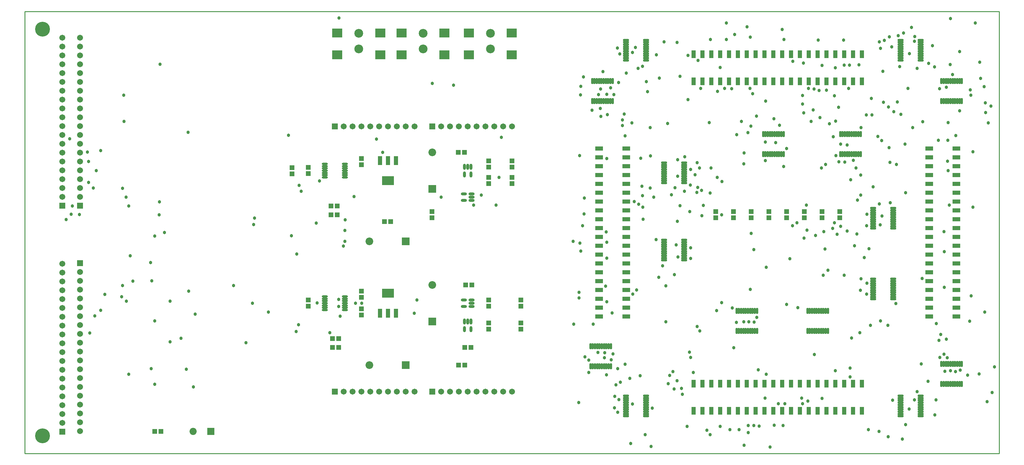
<source format=gts>
G04 Layer_Color=8388736*
%FSLAX25Y25*%
%MOIN*%
G70*
G01*
G75*
%ADD22C,0.01000*%
%ADD39R,0.05800X0.05800*%
%ADD40R,0.04737X0.10249*%
%ADD41R,0.13398X0.10249*%
%ADD42O,0.03162X0.06902*%
%ADD43R,0.05800X0.05800*%
%ADD44O,0.06902X0.03162*%
%ADD45R,0.04737X0.08674*%
%ADD46R,0.08674X0.04737*%
%ADD47R,0.11824X0.10249*%
%ADD48O,0.07099X0.02572*%
%ADD49O,0.02572X0.07099*%
%ADD50O,0.06902X0.02572*%
%ADD51R,0.08674X0.08674*%
%ADD52C,0.08674*%
%ADD53R,0.08674X0.08674*%
%ADD54C,0.08083*%
%ADD55R,0.08083X0.08083*%
%ADD56C,0.16800*%
%ADD57C,0.06706*%
%ADD58R,0.06706X0.06706*%
%ADD59R,0.06706X0.06706*%
%ADD60C,0.09900*%
%ADD61C,0.03800*%
D22*
X0Y0D02*
Y500000D01*
X1100000D01*
Y0D02*
Y500000D01*
X0Y0D02*
X1100000D01*
D39*
X880000Y273500D02*
D03*
Y266500D02*
D03*
X860000Y273500D02*
D03*
Y266500D02*
D03*
X900000Y273500D02*
D03*
Y266500D02*
D03*
X820000Y273500D02*
D03*
Y266500D02*
D03*
X840000Y273500D02*
D03*
Y266500D02*
D03*
X920000Y273500D02*
D03*
Y266500D02*
D03*
X800000Y273500D02*
D03*
Y266500D02*
D03*
X301700Y323400D02*
D03*
Y316400D02*
D03*
X380100Y176600D02*
D03*
Y183600D02*
D03*
X560000Y173500D02*
D03*
Y166500D02*
D03*
Y147500D02*
D03*
Y140500D02*
D03*
X320000Y166500D02*
D03*
Y173500D02*
D03*
X459500Y266500D02*
D03*
Y273500D02*
D03*
X550000Y312400D02*
D03*
Y305400D02*
D03*
Y331000D02*
D03*
Y324000D02*
D03*
X523500D02*
D03*
Y331000D02*
D03*
Y305400D02*
D03*
Y312400D02*
D03*
X380000Y333500D02*
D03*
Y326500D02*
D03*
X320000Y323500D02*
D03*
Y316500D02*
D03*
X380000Y156500D02*
D03*
Y163500D02*
D03*
X780000Y273500D02*
D03*
Y266500D02*
D03*
X523500Y166500D02*
D03*
Y173500D02*
D03*
Y140500D02*
D03*
Y147500D02*
D03*
D40*
X400945Y158583D02*
D03*
X410000D02*
D03*
X419055D02*
D03*
Y331417D02*
D03*
X410000D02*
D03*
X400945D02*
D03*
D41*
X410000Y181417D02*
D03*
Y308583D02*
D03*
D42*
X496260Y140571D02*
D03*
X503740D02*
D03*
X496260Y149429D02*
D03*
X500000D02*
D03*
X503740D02*
D03*
X496260Y315571D02*
D03*
X503740D02*
D03*
X496260Y324429D02*
D03*
X500000D02*
D03*
X503740D02*
D03*
D43*
X497600Y190600D02*
D03*
X504600D02*
D03*
X496500Y120000D02*
D03*
X503500D02*
D03*
X489800Y100000D02*
D03*
X496800D02*
D03*
X347300Y120000D02*
D03*
X354300D02*
D03*
X347300Y130000D02*
D03*
X354300D02*
D03*
X412900Y262200D02*
D03*
X405900D02*
D03*
X345500Y270000D02*
D03*
X352500D02*
D03*
X345500Y280000D02*
D03*
X352500D02*
D03*
X489300Y340600D02*
D03*
X496300D02*
D03*
X153500Y25000D02*
D03*
X146500D02*
D03*
D44*
X495571Y173740D02*
D03*
Y166260D02*
D03*
X504429Y173740D02*
D03*
Y170000D02*
D03*
Y166260D02*
D03*
X495571Y293740D02*
D03*
Y286260D02*
D03*
X504429Y293740D02*
D03*
Y290000D02*
D03*
Y286260D02*
D03*
D45*
X795000Y79104D02*
D03*
X775000D02*
D03*
X765000D02*
D03*
X755000D02*
D03*
X785000D02*
D03*
X835000D02*
D03*
X805000D02*
D03*
X815000D02*
D03*
X825000D02*
D03*
X845000D02*
D03*
X885000D02*
D03*
X855000D02*
D03*
X865000D02*
D03*
X875000D02*
D03*
X895000D02*
D03*
X935000D02*
D03*
X905000D02*
D03*
X915000D02*
D03*
X925000D02*
D03*
X945000D02*
D03*
Y48396D02*
D03*
X925000D02*
D03*
X915000D02*
D03*
X905000D02*
D03*
X935000D02*
D03*
X895000D02*
D03*
X875000D02*
D03*
X865000D02*
D03*
X855000D02*
D03*
X885000D02*
D03*
X845000D02*
D03*
X825000D02*
D03*
X815000D02*
D03*
X805000D02*
D03*
X835000D02*
D03*
X785000D02*
D03*
X755000D02*
D03*
X765000D02*
D03*
X775000D02*
D03*
X795000D02*
D03*
X905000Y420896D02*
D03*
X925000D02*
D03*
X935000D02*
D03*
X945000D02*
D03*
X915000D02*
D03*
X865000D02*
D03*
X895000D02*
D03*
X885000D02*
D03*
X875000D02*
D03*
X855000D02*
D03*
X815000D02*
D03*
X845000D02*
D03*
X835000D02*
D03*
X825000D02*
D03*
X805000D02*
D03*
X765000D02*
D03*
X795000D02*
D03*
X785000D02*
D03*
X775000D02*
D03*
X755000D02*
D03*
Y451604D02*
D03*
X775000D02*
D03*
X785000D02*
D03*
X795000D02*
D03*
X765000D02*
D03*
X805000D02*
D03*
X825000D02*
D03*
X835000D02*
D03*
X845000D02*
D03*
X815000D02*
D03*
X855000D02*
D03*
X875000D02*
D03*
X885000D02*
D03*
X895000D02*
D03*
X865000D02*
D03*
X915000D02*
D03*
X945000D02*
D03*
X935000D02*
D03*
X925000D02*
D03*
X905000D02*
D03*
D46*
X679104Y305000D02*
D03*
Y325000D02*
D03*
Y335000D02*
D03*
Y345000D02*
D03*
Y315000D02*
D03*
Y265000D02*
D03*
Y295000D02*
D03*
Y285000D02*
D03*
Y275000D02*
D03*
Y255000D02*
D03*
Y215000D02*
D03*
Y245000D02*
D03*
Y235000D02*
D03*
Y225000D02*
D03*
Y205000D02*
D03*
Y165000D02*
D03*
Y195000D02*
D03*
Y185000D02*
D03*
Y175000D02*
D03*
Y155000D02*
D03*
X648396D02*
D03*
Y175000D02*
D03*
Y185000D02*
D03*
Y195000D02*
D03*
Y165000D02*
D03*
Y205000D02*
D03*
Y225000D02*
D03*
Y235000D02*
D03*
Y245000D02*
D03*
Y215000D02*
D03*
Y255000D02*
D03*
Y275000D02*
D03*
Y285000D02*
D03*
Y295000D02*
D03*
Y265000D02*
D03*
Y315000D02*
D03*
Y345000D02*
D03*
Y335000D02*
D03*
Y325000D02*
D03*
Y305000D02*
D03*
X1020896Y195000D02*
D03*
Y175000D02*
D03*
Y165000D02*
D03*
Y155000D02*
D03*
Y185000D02*
D03*
Y235000D02*
D03*
Y205000D02*
D03*
Y215000D02*
D03*
Y225000D02*
D03*
Y245000D02*
D03*
Y285000D02*
D03*
Y255000D02*
D03*
Y265000D02*
D03*
Y275000D02*
D03*
Y295000D02*
D03*
Y335000D02*
D03*
Y305000D02*
D03*
Y315000D02*
D03*
Y325000D02*
D03*
Y345000D02*
D03*
X1051604D02*
D03*
Y325000D02*
D03*
Y315000D02*
D03*
Y305000D02*
D03*
Y335000D02*
D03*
Y295000D02*
D03*
Y275000D02*
D03*
Y265000D02*
D03*
Y255000D02*
D03*
Y285000D02*
D03*
Y245000D02*
D03*
Y225000D02*
D03*
Y215000D02*
D03*
Y205000D02*
D03*
Y235000D02*
D03*
Y185000D02*
D03*
Y155000D02*
D03*
Y165000D02*
D03*
Y175000D02*
D03*
Y195000D02*
D03*
D47*
X473700Y451000D02*
D03*
Y475500D02*
D03*
X425200Y451000D02*
D03*
Y475500D02*
D03*
X401200Y451000D02*
D03*
Y475500D02*
D03*
X352700Y451000D02*
D03*
Y475500D02*
D03*
X549700Y451000D02*
D03*
Y475500D02*
D03*
X501200Y451000D02*
D03*
Y475500D02*
D03*
D48*
X988681Y467766D02*
D03*
Y465207D02*
D03*
Y462648D02*
D03*
Y460089D02*
D03*
Y457530D02*
D03*
Y454970D02*
D03*
Y452411D02*
D03*
Y449852D02*
D03*
Y447293D02*
D03*
Y444734D02*
D03*
X1011319Y467766D02*
D03*
Y465207D02*
D03*
Y462648D02*
D03*
Y460089D02*
D03*
Y457530D02*
D03*
Y454970D02*
D03*
Y452411D02*
D03*
Y449852D02*
D03*
Y447293D02*
D03*
Y444734D02*
D03*
X701319Y42234D02*
D03*
Y44793D02*
D03*
Y47352D02*
D03*
Y49911D02*
D03*
Y52470D02*
D03*
Y55030D02*
D03*
Y57589D02*
D03*
Y60148D02*
D03*
Y62707D02*
D03*
Y65266D02*
D03*
X678681Y42234D02*
D03*
Y44793D02*
D03*
Y47352D02*
D03*
Y49911D02*
D03*
Y52470D02*
D03*
Y55030D02*
D03*
Y57589D02*
D03*
Y60148D02*
D03*
Y62707D02*
D03*
Y65266D02*
D03*
X721681Y329016D02*
D03*
Y326457D02*
D03*
Y323898D02*
D03*
Y321339D02*
D03*
Y318780D02*
D03*
Y316220D02*
D03*
Y313661D02*
D03*
Y311102D02*
D03*
Y308543D02*
D03*
Y305984D02*
D03*
X744319Y329016D02*
D03*
Y326457D02*
D03*
Y323898D02*
D03*
Y321339D02*
D03*
Y318780D02*
D03*
Y316220D02*
D03*
Y313661D02*
D03*
Y311102D02*
D03*
Y308543D02*
D03*
Y305984D02*
D03*
X980319Y174484D02*
D03*
Y177043D02*
D03*
Y179602D02*
D03*
Y182161D02*
D03*
Y184720D02*
D03*
Y187280D02*
D03*
Y189839D02*
D03*
Y192398D02*
D03*
Y194957D02*
D03*
Y197516D02*
D03*
X957681Y174484D02*
D03*
Y177043D02*
D03*
Y179602D02*
D03*
Y182161D02*
D03*
Y184720D02*
D03*
Y187280D02*
D03*
Y189839D02*
D03*
Y192398D02*
D03*
Y194957D02*
D03*
Y197516D02*
D03*
X678681Y467766D02*
D03*
Y465207D02*
D03*
Y462648D02*
D03*
Y460089D02*
D03*
Y457530D02*
D03*
Y454970D02*
D03*
Y452411D02*
D03*
Y449852D02*
D03*
Y447293D02*
D03*
Y444734D02*
D03*
X701319Y467766D02*
D03*
Y465207D02*
D03*
Y462648D02*
D03*
Y460089D02*
D03*
Y457530D02*
D03*
Y454970D02*
D03*
Y452411D02*
D03*
Y449852D02*
D03*
Y447293D02*
D03*
Y444734D02*
D03*
X1011319Y42234D02*
D03*
Y44793D02*
D03*
Y47352D02*
D03*
Y49911D02*
D03*
Y52470D02*
D03*
Y55030D02*
D03*
Y57589D02*
D03*
Y60148D02*
D03*
Y62707D02*
D03*
Y65266D02*
D03*
X988681Y42234D02*
D03*
Y44793D02*
D03*
Y47352D02*
D03*
Y49911D02*
D03*
Y52470D02*
D03*
Y55030D02*
D03*
Y57589D02*
D03*
Y60148D02*
D03*
Y62707D02*
D03*
Y65266D02*
D03*
X721681Y241516D02*
D03*
Y238957D02*
D03*
Y236398D02*
D03*
Y233839D02*
D03*
Y231280D02*
D03*
Y228720D02*
D03*
Y226161D02*
D03*
Y223602D02*
D03*
Y221043D02*
D03*
Y218484D02*
D03*
X744319Y241516D02*
D03*
Y238957D02*
D03*
Y236398D02*
D03*
Y233839D02*
D03*
Y231280D02*
D03*
Y228720D02*
D03*
Y226161D02*
D03*
Y223602D02*
D03*
Y221043D02*
D03*
Y218484D02*
D03*
X980319Y254484D02*
D03*
Y257043D02*
D03*
Y259602D02*
D03*
Y262161D02*
D03*
Y264720D02*
D03*
Y267280D02*
D03*
Y269839D02*
D03*
Y272398D02*
D03*
Y274957D02*
D03*
Y277516D02*
D03*
X957681Y254484D02*
D03*
Y257043D02*
D03*
Y259602D02*
D03*
Y262161D02*
D03*
Y264720D02*
D03*
Y267280D02*
D03*
Y269839D02*
D03*
Y272398D02*
D03*
Y274957D02*
D03*
Y277516D02*
D03*
D49*
X943516Y361319D02*
D03*
X940957D02*
D03*
X938398D02*
D03*
X935839D02*
D03*
X933280D02*
D03*
X930720D02*
D03*
X928161D02*
D03*
X925602D02*
D03*
X923043D02*
D03*
X920484D02*
D03*
X943516Y338681D02*
D03*
X940957D02*
D03*
X938398D02*
D03*
X935839D02*
D03*
X933280D02*
D03*
X930720D02*
D03*
X928161D02*
D03*
X925602D02*
D03*
X923043D02*
D03*
X920484D02*
D03*
X803484Y138681D02*
D03*
X806043D02*
D03*
X808602D02*
D03*
X811161D02*
D03*
X813720D02*
D03*
X816280D02*
D03*
X818839D02*
D03*
X821398D02*
D03*
X823957D02*
D03*
X826516D02*
D03*
X803484Y161319D02*
D03*
X806043D02*
D03*
X808602D02*
D03*
X811161D02*
D03*
X813720D02*
D03*
X816280D02*
D03*
X818839D02*
D03*
X821398D02*
D03*
X823957D02*
D03*
X826516D02*
D03*
X638484Y98681D02*
D03*
X641043D02*
D03*
X643602D02*
D03*
X646161D02*
D03*
X648720D02*
D03*
X651280D02*
D03*
X653839D02*
D03*
X656398D02*
D03*
X658957D02*
D03*
X661516D02*
D03*
X638484Y121319D02*
D03*
X641043D02*
D03*
X643602D02*
D03*
X646161D02*
D03*
X648720D02*
D03*
X651280D02*
D03*
X653839D02*
D03*
X656398D02*
D03*
X658957D02*
D03*
X661516D02*
D03*
X1057766Y421319D02*
D03*
X1055207D02*
D03*
X1052648D02*
D03*
X1050089D02*
D03*
X1047530D02*
D03*
X1044970D02*
D03*
X1042411D02*
D03*
X1039852D02*
D03*
X1037293D02*
D03*
X1034734D02*
D03*
X1057766Y398681D02*
D03*
X1055207D02*
D03*
X1052648D02*
D03*
X1050089D02*
D03*
X1047530D02*
D03*
X1044970D02*
D03*
X1042411D02*
D03*
X1039852D02*
D03*
X1037293D02*
D03*
X1034734D02*
D03*
X856516Y361319D02*
D03*
X853957D02*
D03*
X851398D02*
D03*
X848839D02*
D03*
X846280D02*
D03*
X843720D02*
D03*
X841161D02*
D03*
X838602D02*
D03*
X836043D02*
D03*
X833484D02*
D03*
X856516Y338681D02*
D03*
X853957D02*
D03*
X851398D02*
D03*
X848839D02*
D03*
X846280D02*
D03*
X843720D02*
D03*
X841161D02*
D03*
X838602D02*
D03*
X836043D02*
D03*
X833484D02*
D03*
X883484Y138681D02*
D03*
X886043D02*
D03*
X888602D02*
D03*
X891161D02*
D03*
X893720D02*
D03*
X896280D02*
D03*
X898839D02*
D03*
X901398D02*
D03*
X903957D02*
D03*
X906516D02*
D03*
X883484Y161319D02*
D03*
X886043D02*
D03*
X888602D02*
D03*
X891161D02*
D03*
X893720D02*
D03*
X896280D02*
D03*
X898839D02*
D03*
X901398D02*
D03*
X903957D02*
D03*
X906516D02*
D03*
X640484Y398681D02*
D03*
X643043D02*
D03*
X645602D02*
D03*
X648161D02*
D03*
X650720D02*
D03*
X653280D02*
D03*
X655839D02*
D03*
X658398D02*
D03*
X660957D02*
D03*
X663516D02*
D03*
X640484Y421319D02*
D03*
X643043D02*
D03*
X645602D02*
D03*
X648161D02*
D03*
X650720D02*
D03*
X653280D02*
D03*
X655839D02*
D03*
X658398D02*
D03*
X660957D02*
D03*
X663516D02*
D03*
X1057766Y101319D02*
D03*
X1055207D02*
D03*
X1052648D02*
D03*
X1050089D02*
D03*
X1047530D02*
D03*
X1044970D02*
D03*
X1042411D02*
D03*
X1039852D02*
D03*
X1037293D02*
D03*
X1034734D02*
D03*
X1057766Y78681D02*
D03*
X1055207D02*
D03*
X1052648D02*
D03*
X1050089D02*
D03*
X1047530D02*
D03*
X1044970D02*
D03*
X1042411D02*
D03*
X1039852D02*
D03*
X1037293D02*
D03*
X1034734D02*
D03*
D50*
X338681Y327677D02*
D03*
Y325118D02*
D03*
Y322559D02*
D03*
Y320000D02*
D03*
Y317441D02*
D03*
Y314882D02*
D03*
Y312323D02*
D03*
X361319Y327677D02*
D03*
Y325118D02*
D03*
Y322559D02*
D03*
Y320000D02*
D03*
Y317441D02*
D03*
Y314882D02*
D03*
Y312323D02*
D03*
X338681Y177677D02*
D03*
Y175118D02*
D03*
Y172559D02*
D03*
Y170000D02*
D03*
Y167441D02*
D03*
Y164882D02*
D03*
Y162323D02*
D03*
X361319Y177677D02*
D03*
Y175118D02*
D03*
Y172559D02*
D03*
Y170000D02*
D03*
Y167441D02*
D03*
Y164882D02*
D03*
Y162323D02*
D03*
D51*
X460000Y299409D02*
D03*
Y149409D02*
D03*
D52*
Y340591D02*
D03*
Y190591D02*
D03*
X388909Y240000D02*
D03*
Y100000D02*
D03*
D53*
X430091Y240000D02*
D03*
Y100000D02*
D03*
D54*
X190000Y25000D02*
D03*
D55*
X210000D02*
D03*
D56*
X20000Y20000D02*
D03*
Y480000D02*
D03*
D57*
X42300Y214800D02*
D03*
Y204800D02*
D03*
Y194800D02*
D03*
Y184800D02*
D03*
Y174800D02*
D03*
Y164800D02*
D03*
Y154800D02*
D03*
Y144800D02*
D03*
Y134800D02*
D03*
Y124800D02*
D03*
Y114800D02*
D03*
Y104800D02*
D03*
Y94800D02*
D03*
Y84800D02*
D03*
Y74800D02*
D03*
Y64800D02*
D03*
Y54800D02*
D03*
Y44800D02*
D03*
Y34800D02*
D03*
X62300Y25300D02*
D03*
Y35300D02*
D03*
Y45300D02*
D03*
Y55300D02*
D03*
Y65300D02*
D03*
Y75300D02*
D03*
Y85300D02*
D03*
Y95300D02*
D03*
Y105300D02*
D03*
Y115300D02*
D03*
Y125300D02*
D03*
Y135300D02*
D03*
Y145300D02*
D03*
Y155300D02*
D03*
Y165300D02*
D03*
Y175300D02*
D03*
Y185300D02*
D03*
Y195300D02*
D03*
Y205300D02*
D03*
Y470400D02*
D03*
Y460400D02*
D03*
Y450400D02*
D03*
Y440400D02*
D03*
Y430400D02*
D03*
Y420400D02*
D03*
Y410400D02*
D03*
Y400400D02*
D03*
Y390400D02*
D03*
Y380400D02*
D03*
Y370400D02*
D03*
Y360400D02*
D03*
Y350400D02*
D03*
Y340400D02*
D03*
Y330400D02*
D03*
Y320400D02*
D03*
Y310400D02*
D03*
Y300400D02*
D03*
Y290400D02*
D03*
X42300Y470400D02*
D03*
Y460400D02*
D03*
Y450400D02*
D03*
Y440400D02*
D03*
Y430400D02*
D03*
Y420400D02*
D03*
Y410400D02*
D03*
Y400400D02*
D03*
Y390400D02*
D03*
Y380400D02*
D03*
Y370400D02*
D03*
Y360400D02*
D03*
Y350400D02*
D03*
Y340400D02*
D03*
Y330400D02*
D03*
Y320400D02*
D03*
Y310400D02*
D03*
Y300400D02*
D03*
Y290400D02*
D03*
X360000Y370000D02*
D03*
X380000D02*
D03*
X390000D02*
D03*
X400000D02*
D03*
X410000D02*
D03*
X420000D02*
D03*
X430000D02*
D03*
X440000D02*
D03*
X370000D02*
D03*
X360000Y70000D02*
D03*
X380000D02*
D03*
X390000D02*
D03*
X400000D02*
D03*
X410000D02*
D03*
X420000D02*
D03*
X430000D02*
D03*
X440000D02*
D03*
X370000D02*
D03*
X470000Y370000D02*
D03*
X490000D02*
D03*
X500000D02*
D03*
X510000D02*
D03*
X520000D02*
D03*
X530000D02*
D03*
X540000D02*
D03*
X550000D02*
D03*
X480000D02*
D03*
X470000Y70000D02*
D03*
X490000D02*
D03*
X500000D02*
D03*
X510000D02*
D03*
X520000D02*
D03*
X530000D02*
D03*
X540000D02*
D03*
X550000D02*
D03*
X480000D02*
D03*
D58*
X42300Y24800D02*
D03*
X62300Y215300D02*
D03*
Y280400D02*
D03*
X42300D02*
D03*
D59*
X350000Y370000D02*
D03*
Y70000D02*
D03*
X460000Y370000D02*
D03*
Y70000D02*
D03*
D60*
X449483Y475315D02*
D03*
Y457598D02*
D03*
X376983Y475315D02*
D03*
Y457598D02*
D03*
X525483Y475315D02*
D03*
Y457598D02*
D03*
D61*
X790100Y412900D02*
D03*
X782000Y409700D02*
D03*
X484100Y416800D02*
D03*
X538100Y357800D02*
D03*
X460100Y418800D02*
D03*
X397100Y355800D02*
D03*
X535400Y312400D02*
D03*
X515300Y292300D02*
D03*
X950400Y180200D02*
D03*
X943200Y184700D02*
D03*
X141900Y215900D02*
D03*
X118900Y223600D02*
D03*
X110200Y190000D02*
D03*
X143200Y195300D02*
D03*
X109200Y177400D02*
D03*
X90375Y180000D02*
D03*
X114500Y172200D02*
D03*
X152500Y440400D02*
D03*
X185000Y183500D02*
D03*
X85800Y342600D02*
D03*
X111500Y405400D02*
D03*
X157500Y250000D02*
D03*
X146600Y245900D02*
D03*
X112100Y375700D02*
D03*
X235800Y190000D02*
D03*
X176200Y130400D02*
D03*
X164000Y172400D02*
D03*
Y126200D02*
D03*
X182300Y95300D02*
D03*
X257000Y170000D02*
D03*
X117200Y89600D02*
D03*
X309000Y145700D02*
D03*
X192300Y157800D02*
D03*
X142500Y95900D02*
D03*
X46800Y264500D02*
D03*
X361300Y252400D02*
D03*
Y240000D02*
D03*
X77400Y300300D02*
D03*
X61800Y270200D02*
D03*
X114200Y290000D02*
D03*
X665000Y405900D02*
D03*
X676600Y384000D02*
D03*
X744500Y296507D02*
D03*
X763900Y297500D02*
D03*
X774500Y323000D02*
D03*
X761600D02*
D03*
X723700Y148900D02*
D03*
X662000Y105900D02*
D03*
X706300Y336500D02*
D03*
X759500Y300900D02*
D03*
X965900Y150100D02*
D03*
X117200Y280000D02*
D03*
X307100Y225800D02*
D03*
X354300Y174400D02*
D03*
X332500Y308182D02*
D03*
X361700Y264200D02*
D03*
X258400Y259000D02*
D03*
X359700Y234500D02*
D03*
X312000Y296500D02*
D03*
X661282Y413561D02*
D03*
X627775Y415380D02*
D03*
X700400Y21300D02*
D03*
X773500D02*
D03*
X670500Y60984D02*
D03*
X883983Y59417D02*
D03*
X683900Y11400D02*
D03*
X811946Y9400D02*
D03*
X952200Y27000D02*
D03*
X806400Y26900D02*
D03*
X815400Y482700D02*
D03*
X1024700Y461389D02*
D03*
X819000Y471000D02*
D03*
X998774Y452411D02*
D03*
X1004600Y471700D02*
D03*
X1007200Y435600D02*
D03*
X996900Y413000D02*
D03*
X867000Y443600D02*
D03*
X798000Y412800D02*
D03*
X739700Y426600D02*
D03*
X713118Y451082D02*
D03*
X879000Y441700D02*
D03*
X915000Y436300D02*
D03*
X716300Y424700D02*
D03*
X697300Y438000D02*
D03*
X925000Y439397D02*
D03*
X330000Y170300D02*
D03*
X442540Y173740D02*
D03*
X912500Y358200D02*
D03*
X1055207Y387500D02*
D03*
X836043Y352157D02*
D03*
X1004200Y466200D02*
D03*
X987600Y437800D02*
D03*
X980900Y386736D02*
D03*
X618900Y240000D02*
D03*
X954700Y145100D02*
D03*
X975800Y346000D02*
D03*
X1037500Y251000D02*
D03*
X683000Y85000D02*
D03*
X736600Y262600D02*
D03*
X297700Y360000D02*
D03*
X146500Y78300D02*
D03*
X373400Y170100D02*
D03*
X344300Y136500D02*
D03*
X967600Y268700D02*
D03*
X965600Y258700D02*
D03*
X943563Y292300D02*
D03*
X939882Y286618D02*
D03*
X964600Y282400D02*
D03*
X932450Y309650D02*
D03*
X1091988Y68888D02*
D03*
X1090600Y393100D02*
D03*
X1047400Y428500D02*
D03*
X1086200Y58600D02*
D03*
X1087700Y374000D02*
D03*
X1032600Y412500D02*
D03*
X1094700Y98000D02*
D03*
X816600Y31800D02*
D03*
X835600Y62500D02*
D03*
X1083800Y159900D02*
D03*
X1084700Y385700D02*
D03*
X1067400Y411300D02*
D03*
X1041400Y108400D02*
D03*
X1038800Y93100D02*
D03*
X931500Y86800D02*
D03*
X855900Y31800D02*
D03*
X1037570Y112400D02*
D03*
X1033100Y108600D02*
D03*
X1045049Y93655D02*
D03*
X1050648Y92800D02*
D03*
X1056000Y94200D02*
D03*
X900000Y62400D02*
D03*
X912000Y254800D02*
D03*
X756500Y315300D02*
D03*
X931700Y96700D02*
D03*
X928300Y251600D02*
D03*
X734000Y300600D02*
D03*
X811500Y149000D02*
D03*
X817400Y149100D02*
D03*
X750700Y273700D02*
D03*
X739600Y280300D02*
D03*
X828100Y94500D02*
D03*
X773700Y294800D02*
D03*
X737100Y313661D02*
D03*
X803300Y148400D02*
D03*
X728000Y88300D02*
D03*
X731800Y92600D02*
D03*
X742450Y67050D02*
D03*
X736200Y82300D02*
D03*
X726386Y79000D02*
D03*
X737200Y222400D02*
D03*
X733200Y202200D02*
D03*
X733000Y73100D02*
D03*
X741200Y73700D02*
D03*
X654400Y108200D02*
D03*
X619700Y146300D02*
D03*
X657100Y406300D02*
D03*
X688000Y285000D02*
D03*
X674600Y377200D02*
D03*
X647700Y405900D02*
D03*
X650400Y381300D02*
D03*
X766000Y280600D02*
D03*
X745100Y335500D02*
D03*
X826400Y154100D02*
D03*
X798600Y164500D02*
D03*
X758500Y295200D02*
D03*
X695400Y334000D02*
D03*
X674600Y370900D02*
D03*
X696700Y302400D02*
D03*
X697800Y278700D02*
D03*
X820100Y248900D02*
D03*
X871800Y261000D02*
D03*
X692900Y282000D02*
D03*
X697400Y291700D02*
D03*
X866800Y257500D02*
D03*
X879500Y243500D02*
D03*
X901400Y201600D02*
D03*
X657100Y221100D02*
D03*
Y239000D02*
D03*
X751700Y232600D02*
D03*
X694800Y88000D02*
D03*
X750200Y114700D02*
D03*
X723800Y189731D02*
D03*
X751600Y108600D02*
D03*
X1028800Y60800D02*
D03*
X1077900Y442500D02*
D03*
X1078900Y424422D02*
D03*
X1083000Y415000D02*
D03*
X966100Y458300D02*
D03*
X970247Y467325D02*
D03*
X816200Y363100D02*
D03*
X748500Y450400D02*
D03*
Y400361D02*
D03*
X808833Y375600D02*
D03*
X763000Y412900D02*
D03*
X785000Y436600D02*
D03*
X836200Y398500D02*
D03*
X845800Y378800D02*
D03*
X985100Y397732D02*
D03*
X821500Y406900D02*
D03*
X852000Y371200D02*
D03*
X967300Y353900D02*
D03*
X975100Y392100D02*
D03*
X825900Y381800D02*
D03*
X818500Y413000D02*
D03*
X969300Y397300D02*
D03*
X968800Y432300D02*
D03*
X955800Y401800D02*
D03*
X964800Y465800D02*
D03*
X992000Y475700D02*
D03*
X703000Y409200D02*
D03*
X879200Y385300D02*
D03*
X891000Y412200D02*
D03*
X896700Y410700D02*
D03*
X887600Y375600D02*
D03*
X819600Y370200D02*
D03*
X803800Y360800D02*
D03*
X706100Y368500D02*
D03*
X685900Y453700D02*
D03*
X878000Y395300D02*
D03*
X904900Y411000D02*
D03*
X685200Y374000D02*
D03*
X701700Y420800D02*
D03*
X918500Y391700D02*
D03*
X930000Y413000D02*
D03*
X689300Y459400D02*
D03*
X670300Y419600D02*
D03*
X677600Y359200D02*
D03*
X859900Y168500D02*
D03*
X712500Y242000D02*
D03*
X725600Y373200D02*
D03*
X1002400Y368500D02*
D03*
X944000D02*
D03*
X993800Y350000D02*
D03*
X860000Y344900D02*
D03*
X259200Y266400D02*
D03*
X1068200Y178200D02*
D03*
X1066600Y149687D02*
D03*
X942500Y136600D02*
D03*
X531900Y281100D02*
D03*
X506800D02*
D03*
X985900Y472700D02*
D03*
X1055207Y454600D02*
D03*
X1037900Y228400D02*
D03*
X1027300Y43500D02*
D03*
X1040200Y129300D02*
D03*
X354700Y492700D02*
D03*
X640400Y388200D02*
D03*
X823100Y230500D02*
D03*
X249700Y125200D02*
D03*
X356100Y155300D02*
D03*
X1013000Y198000D02*
D03*
X1012100Y101200D02*
D03*
X915000Y93600D02*
D03*
X690800Y185000D02*
D03*
X787000Y307700D02*
D03*
X925000Y201582D02*
D03*
X811609Y327500D02*
D03*
X655700Y189300D02*
D03*
X1037900Y188000D02*
D03*
X939300Y248200D02*
D03*
X904100Y326900D02*
D03*
X882400Y281100D02*
D03*
X730000Y292700D02*
D03*
X657100Y171500D02*
D03*
X1041700Y330700D02*
D03*
X977000Y283500D02*
D03*
X1029100Y147100D02*
D03*
X85800Y162000D02*
D03*
X78836Y155700D02*
D03*
X122000Y194900D02*
D03*
X70600Y340900D02*
D03*
X50500Y355900D02*
D03*
X80500Y320000D02*
D03*
X329100Y260500D02*
D03*
X184400Y363400D02*
D03*
X301000Y246300D02*
D03*
X151500Y270000D02*
D03*
X53700Y279900D02*
D03*
X73400Y136400D02*
D03*
X274900Y160000D02*
D03*
X190200Y75300D02*
D03*
X52300Y270800D02*
D03*
X72100Y330400D02*
D03*
Y306800D02*
D03*
X151900Y284600D02*
D03*
X110200Y300000D02*
D03*
X306400Y138000D02*
D03*
X309800Y303300D02*
D03*
X1032000Y127900D02*
D03*
X1007400Y70100D02*
D03*
X943516Y315000D02*
D03*
X856516Y324500D02*
D03*
X781006Y161494D02*
D03*
X759000Y329000D02*
D03*
X872600Y164900D02*
D03*
X786550Y170496D02*
D03*
X1042300Y319900D02*
D03*
X1051100Y359800D02*
D03*
X1043700Y280900D02*
D03*
X1070400Y278600D02*
D03*
Y341400D02*
D03*
X1042400Y374400D02*
D03*
X662900Y159000D02*
D03*
X654600Y113900D02*
D03*
X652500Y432000D02*
D03*
X630800Y425900D02*
D03*
X878000Y56300D02*
D03*
X686000Y55817D02*
D03*
X877000Y62500D02*
D03*
X666000Y64600D02*
D03*
X707000Y8000D02*
D03*
X841400Y7400D02*
D03*
X665600Y51800D02*
D03*
X857900Y56400D02*
D03*
X850500Y56300D02*
D03*
X669452Y46600D02*
D03*
X829000Y30900D02*
D03*
X994300Y32500D02*
D03*
X823000Y31700D02*
D03*
X979642Y60148D02*
D03*
X816500Y23800D02*
D03*
X998300Y50200D02*
D03*
X785000Y30600D02*
D03*
X990500Y16400D02*
D03*
X796000Y27100D02*
D03*
X974725Y19000D02*
D03*
X908400Y373100D02*
D03*
X915400Y376100D02*
D03*
X920850Y349950D02*
D03*
X897600Y379976D02*
D03*
X855000Y479700D02*
D03*
X1001100Y482100D02*
D03*
X895500Y467700D02*
D03*
X736300Y465100D02*
D03*
X692300Y435500D02*
D03*
X931000Y439300D02*
D03*
X941700Y439800D02*
D03*
X721600Y465800D02*
D03*
X404100Y340800D02*
D03*
X439500Y158600D02*
D03*
X1064200Y88500D02*
D03*
X964300Y24900D02*
D03*
X626700Y238100D02*
D03*
X974200Y144900D02*
D03*
X786500Y270000D02*
D03*
X706000Y300300D02*
D03*
X1041900Y354300D02*
D03*
X1031400D02*
D03*
X1019700Y81600D02*
D03*
X470000Y290000D02*
D03*
X146500Y150000D02*
D03*
X371700Y290800D02*
D03*
X944000Y197600D02*
D03*
X947500Y221500D02*
D03*
X950500Y192800D02*
D03*
X950400Y257700D02*
D03*
X950500Y270600D02*
D03*
X935300Y331500D02*
D03*
X1044800Y439900D02*
D03*
X747800Y30600D02*
D03*
X1040400Y414200D02*
D03*
X891300Y112000D02*
D03*
X770000Y26400D02*
D03*
X957600Y301600D02*
D03*
X921000Y257000D02*
D03*
X846000Y31900D02*
D03*
X1034100Y134500D02*
D03*
X933300Y130700D02*
D03*
X914000Y261000D02*
D03*
X751500Y321339D02*
D03*
X754600Y91600D02*
D03*
X837100Y89500D02*
D03*
Y210800D02*
D03*
X735200Y236100D02*
D03*
X664000Y112543D02*
D03*
X656739Y89100D02*
D03*
X647000Y114200D02*
D03*
X625700Y176000D02*
D03*
X632379Y109400D02*
D03*
X636600Y105500D02*
D03*
X627700Y229000D02*
D03*
X656900Y333800D02*
D03*
X698000Y265000D02*
D03*
X710000Y289988D02*
D03*
X657600Y383400D02*
D03*
X650100Y412380D02*
D03*
X627296Y405700D02*
D03*
X631800Y289000D02*
D03*
X649602Y390400D02*
D03*
X764409Y269091D02*
D03*
X736948Y332400D02*
D03*
X626200Y336900D02*
D03*
X800200Y119700D02*
D03*
X823400Y148700D02*
D03*
X656300Y250500D02*
D03*
X686400Y180400D02*
D03*
X818839Y185800D02*
D03*
X892500Y246800D02*
D03*
X902100Y250900D02*
D03*
X629700Y257700D02*
D03*
X631200Y271000D02*
D03*
X883000Y252500D02*
D03*
X906516Y207400D02*
D03*
X715700Y199151D02*
D03*
X625500Y182300D02*
D03*
X625300Y57600D02*
D03*
X708400Y51400D02*
D03*
X759000Y143600D02*
D03*
X677700Y101000D02*
D03*
X641500Y146300D02*
D03*
X1084200Y396800D02*
D03*
X1004200Y60800D02*
D03*
X1077400Y90000D02*
D03*
X1068100Y405200D02*
D03*
X792000Y468300D02*
D03*
Y487000D02*
D03*
X1073000D02*
D03*
X1045100Y492000D02*
D03*
X938398Y323100D02*
D03*
X899300D02*
D03*
X857000Y468300D02*
D03*
X924400Y467500D02*
D03*
X950000Y383100D02*
D03*
X956200D02*
D03*
X976000Y471436D02*
D03*
X978600Y459900D02*
D03*
X962900Y358500D02*
D03*
X928161Y348861D02*
D03*
X925500Y329802D02*
D03*
X915500Y336900D02*
D03*
X774000Y468200D02*
D03*
X772500Y374200D02*
D03*
X847500Y351800D02*
D03*
X760000Y444700D02*
D03*
X914000Y404700D02*
D03*
X878000Y404900D02*
D03*
X884600Y412900D02*
D03*
X890000Y388700D02*
D03*
X679000Y430200D02*
D03*
X671500Y451900D02*
D03*
X801400Y473821D02*
D03*
X900000Y438831D02*
D03*
X1020334Y441200D02*
D03*
X1026900Y437300D02*
D03*
X988900Y383600D02*
D03*
X1013600Y375300D02*
D03*
X762000Y138600D02*
D03*
X669300Y96100D02*
D03*
X863800Y220300D02*
D03*
X667400Y77800D02*
D03*
X354300Y166200D02*
D03*
X636600Y91600D02*
D03*
X672400Y80700D02*
D03*
X668893Y458800D02*
D03*
X976800Y329300D02*
D03*
X919000Y330000D02*
D03*
X836043Y331200D02*
D03*
X719900Y212200D02*
D03*
X751400Y303800D02*
D03*
X751500Y220500D02*
D03*
X903400Y231400D02*
D03*
X952900Y231600D02*
D03*
X380400Y170000D02*
D03*
X983400Y169600D02*
D03*
X936500Y235100D02*
D03*
X917000Y247900D02*
D03*
X781800Y312200D02*
D03*
X994300Y295000D02*
D03*
X984057Y327100D02*
D03*
X811900Y339900D02*
D03*
M02*

</source>
